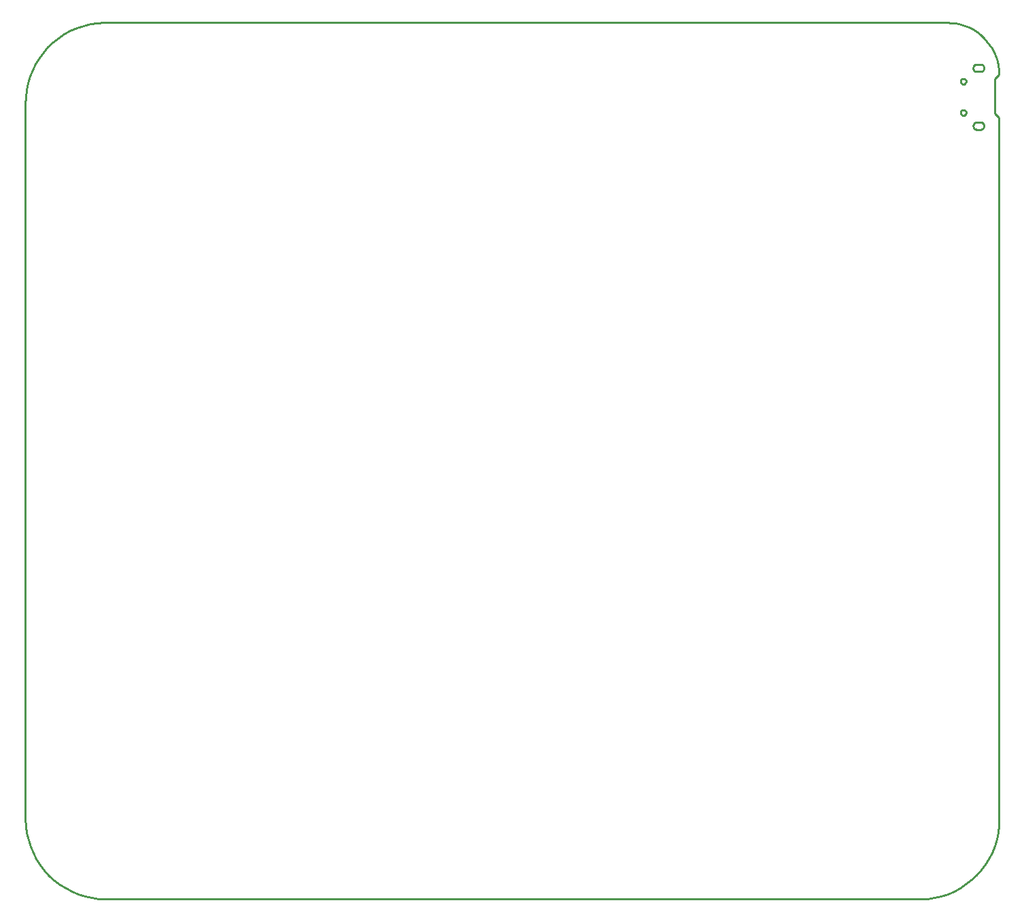
<source format=gbr>
G04 EAGLE Gerber RS-274X export*
G75*
%MOMM*%
%FSLAX34Y34*%
%LPD*%
%IN*%
%IPPOS*%
%AMOC8*
5,1,8,0,0,1.08239X$1,22.5*%
G01*
%ADD10C,0.254000*%


D10*
X-1201652Y297885D02*
X-1201251Y289170D01*
X-1200092Y280524D01*
X-1198184Y272011D01*
X-1195541Y263697D01*
X-1192184Y255645D01*
X-1188137Y247916D01*
X-1183433Y240570D01*
X-1178106Y233661D01*
X-1172197Y227243D01*
X-1165751Y221365D01*
X-1158817Y216070D01*
X-1151449Y211400D01*
X-1143701Y207390D01*
X-1135634Y204071D01*
X-1127307Y201467D01*
X-1118786Y199599D01*
X-1110134Y198480D01*
X-1101653Y198120D01*
X-86298Y198120D01*
X-77685Y198595D01*
X-69147Y199819D01*
X-60748Y201783D01*
X-52552Y204471D01*
X-44621Y207863D01*
X-37016Y211934D01*
X-29795Y216651D01*
X-23013Y221981D01*
X-16721Y227881D01*
X-10967Y234307D01*
X-5795Y241210D01*
X-1244Y248537D01*
X2650Y256233D01*
X5859Y264240D01*
X8359Y272495D01*
X10129Y280937D01*
X11156Y289502D01*
X11433Y298123D01*
X11430Y298387D01*
X11430Y1172210D01*
X6350Y1177290D01*
X6350Y1220470D01*
X11430Y1225550D01*
X11184Y1231189D01*
X10448Y1236785D01*
X9227Y1242295D01*
X7530Y1247678D01*
X5370Y1252893D01*
X2764Y1257900D01*
X-268Y1262660D01*
X-3704Y1267138D01*
X-7517Y1271300D01*
X-11678Y1275113D01*
X-16155Y1278549D01*
X-20916Y1281582D01*
X-25922Y1284189D01*
X-31136Y1286349D01*
X-36519Y1288047D01*
X-42029Y1289269D01*
X-47625Y1290006D01*
X-53264Y1290252D01*
X-53340Y1290252D01*
X-1103832Y1290252D01*
X-1112498Y1289726D01*
X-1121086Y1288447D01*
X-1129530Y1286424D01*
X-1137765Y1283673D01*
X-1145729Y1280215D01*
X-1153362Y1276075D01*
X-1160604Y1271287D01*
X-1167402Y1265885D01*
X-1173703Y1259911D01*
X-1179459Y1253411D01*
X-1184627Y1246434D01*
X-1189167Y1239033D01*
X-1193045Y1231264D01*
X-1196231Y1223188D01*
X-1198701Y1214864D01*
X-1200436Y1206356D01*
X-1201423Y1197730D01*
X-1201655Y1189050D01*
X-1201652Y1188923D01*
X-1201652Y297885D01*
X-20520Y1161610D02*
X-20548Y1161259D01*
X-20546Y1160908D01*
X-20513Y1160558D01*
X-20450Y1160212D01*
X-20357Y1159873D01*
X-20234Y1159543D01*
X-20083Y1159225D01*
X-19906Y1158922D01*
X-19702Y1158635D01*
X-19474Y1158367D01*
X-19224Y1158120D01*
X-18953Y1157896D01*
X-18664Y1157696D01*
X-18358Y1157522D01*
X-18038Y1157376D01*
X-17707Y1157258D01*
X-17367Y1157169D01*
X-17020Y1157110D01*
X-11020Y1157110D01*
X-10673Y1157169D01*
X-10333Y1157258D01*
X-10002Y1157376D01*
X-9682Y1157522D01*
X-9376Y1157696D01*
X-9087Y1157896D01*
X-8816Y1158120D01*
X-8566Y1158367D01*
X-8338Y1158635D01*
X-8134Y1158922D01*
X-7957Y1159225D01*
X-7806Y1159543D01*
X-7683Y1159873D01*
X-7590Y1160212D01*
X-7527Y1160558D01*
X-7494Y1160908D01*
X-7492Y1161259D01*
X-7520Y1161610D01*
X-7492Y1161961D01*
X-7494Y1162312D01*
X-7527Y1162662D01*
X-7590Y1163008D01*
X-7683Y1163347D01*
X-7806Y1163677D01*
X-7957Y1163995D01*
X-8134Y1164298D01*
X-8338Y1164585D01*
X-8566Y1164853D01*
X-8816Y1165100D01*
X-9087Y1165324D01*
X-9376Y1165524D01*
X-9682Y1165698D01*
X-10002Y1165844D01*
X-10333Y1165962D01*
X-10673Y1166051D01*
X-11020Y1166110D01*
X-17020Y1166110D01*
X-17367Y1166051D01*
X-17707Y1165962D01*
X-18038Y1165844D01*
X-18358Y1165698D01*
X-18664Y1165524D01*
X-18953Y1165324D01*
X-19224Y1165100D01*
X-19474Y1164853D01*
X-19702Y1164585D01*
X-19906Y1164298D01*
X-20083Y1163995D01*
X-20234Y1163677D01*
X-20357Y1163347D01*
X-20450Y1163008D01*
X-20513Y1162662D01*
X-20546Y1162312D01*
X-20548Y1161961D01*
X-20520Y1161610D01*
X-20520Y1232610D02*
X-20507Y1232305D01*
X-20467Y1232002D01*
X-20401Y1231704D01*
X-20309Y1231413D01*
X-20192Y1231131D01*
X-20051Y1230860D01*
X-19887Y1230602D01*
X-19701Y1230360D01*
X-19495Y1230135D01*
X-19270Y1229929D01*
X-19028Y1229743D01*
X-18770Y1229579D01*
X-18499Y1229438D01*
X-18217Y1229321D01*
X-17926Y1229229D01*
X-17628Y1229163D01*
X-17325Y1229123D01*
X-17020Y1229110D01*
X-11520Y1229110D01*
X-11192Y1229102D01*
X-10865Y1229124D01*
X-10541Y1229173D01*
X-10222Y1229251D01*
X-9912Y1229356D01*
X-9612Y1229487D01*
X-9324Y1229645D01*
X-9051Y1229827D01*
X-8795Y1230032D01*
X-8558Y1230258D01*
X-8342Y1230504D01*
X-8147Y1230769D01*
X-7977Y1231049D01*
X-7832Y1231343D01*
X-7712Y1231648D01*
X-7620Y1231963D01*
X-7556Y1232284D01*
X-7520Y1232610D01*
X-7520Y1234610D01*
X-7556Y1234936D01*
X-7620Y1235257D01*
X-7712Y1235572D01*
X-7832Y1235878D01*
X-7977Y1236171D01*
X-8147Y1236452D01*
X-8342Y1236716D01*
X-8558Y1236962D01*
X-8795Y1237188D01*
X-9051Y1237393D01*
X-9324Y1237575D01*
X-9612Y1237733D01*
X-9912Y1237864D01*
X-10222Y1237969D01*
X-10541Y1238047D01*
X-10865Y1238096D01*
X-11192Y1238118D01*
X-11520Y1238110D01*
X-17020Y1238110D01*
X-17325Y1238097D01*
X-17628Y1238057D01*
X-17926Y1237991D01*
X-18217Y1237899D01*
X-18499Y1237782D01*
X-18770Y1237641D01*
X-19028Y1237477D01*
X-19270Y1237291D01*
X-19495Y1237085D01*
X-19701Y1236860D01*
X-19887Y1236618D01*
X-20051Y1236360D01*
X-20192Y1236089D01*
X-20309Y1235807D01*
X-20401Y1235516D01*
X-20467Y1235218D01*
X-20507Y1234915D01*
X-20520Y1234610D01*
X-20520Y1232610D01*
X-32791Y1213610D02*
X-32336Y1213670D01*
X-31893Y1213789D01*
X-31469Y1213964D01*
X-31071Y1214194D01*
X-30707Y1214473D01*
X-30383Y1214797D01*
X-30104Y1215161D01*
X-29874Y1215559D01*
X-29699Y1215983D01*
X-29580Y1216426D01*
X-29520Y1216881D01*
X-29520Y1217339D01*
X-29580Y1217794D01*
X-29699Y1218237D01*
X-29874Y1218661D01*
X-30104Y1219059D01*
X-30383Y1219423D01*
X-30707Y1219747D01*
X-31071Y1220026D01*
X-31469Y1220256D01*
X-31893Y1220431D01*
X-32336Y1220550D01*
X-32791Y1220610D01*
X-33249Y1220610D01*
X-33704Y1220550D01*
X-34147Y1220431D01*
X-34571Y1220256D01*
X-34969Y1220026D01*
X-35333Y1219747D01*
X-35657Y1219423D01*
X-35936Y1219059D01*
X-36166Y1218661D01*
X-36341Y1218237D01*
X-36460Y1217794D01*
X-36520Y1217339D01*
X-36520Y1216881D01*
X-36460Y1216426D01*
X-36341Y1215983D01*
X-36166Y1215559D01*
X-35936Y1215161D01*
X-35657Y1214797D01*
X-35333Y1214473D01*
X-34969Y1214194D01*
X-34571Y1213964D01*
X-34147Y1213789D01*
X-33704Y1213670D01*
X-33249Y1213610D01*
X-32791Y1213610D01*
X-32791Y1174610D02*
X-32336Y1174670D01*
X-31893Y1174789D01*
X-31469Y1174964D01*
X-31071Y1175194D01*
X-30707Y1175473D01*
X-30383Y1175797D01*
X-30104Y1176161D01*
X-29874Y1176559D01*
X-29699Y1176983D01*
X-29580Y1177426D01*
X-29520Y1177881D01*
X-29520Y1178339D01*
X-29580Y1178794D01*
X-29699Y1179237D01*
X-29874Y1179661D01*
X-30104Y1180059D01*
X-30383Y1180423D01*
X-30707Y1180747D01*
X-31071Y1181026D01*
X-31469Y1181256D01*
X-31893Y1181431D01*
X-32336Y1181550D01*
X-32791Y1181610D01*
X-33249Y1181610D01*
X-33704Y1181550D01*
X-34147Y1181431D01*
X-34571Y1181256D01*
X-34969Y1181026D01*
X-35333Y1180747D01*
X-35657Y1180423D01*
X-35936Y1180059D01*
X-36166Y1179661D01*
X-36341Y1179237D01*
X-36460Y1178794D01*
X-36520Y1178339D01*
X-36520Y1177881D01*
X-36460Y1177426D01*
X-36341Y1176983D01*
X-36166Y1176559D01*
X-35936Y1176161D01*
X-35657Y1175797D01*
X-35333Y1175473D01*
X-34969Y1175194D01*
X-34571Y1174964D01*
X-34147Y1174789D01*
X-33704Y1174670D01*
X-33249Y1174610D01*
X-32791Y1174610D01*
M02*

</source>
